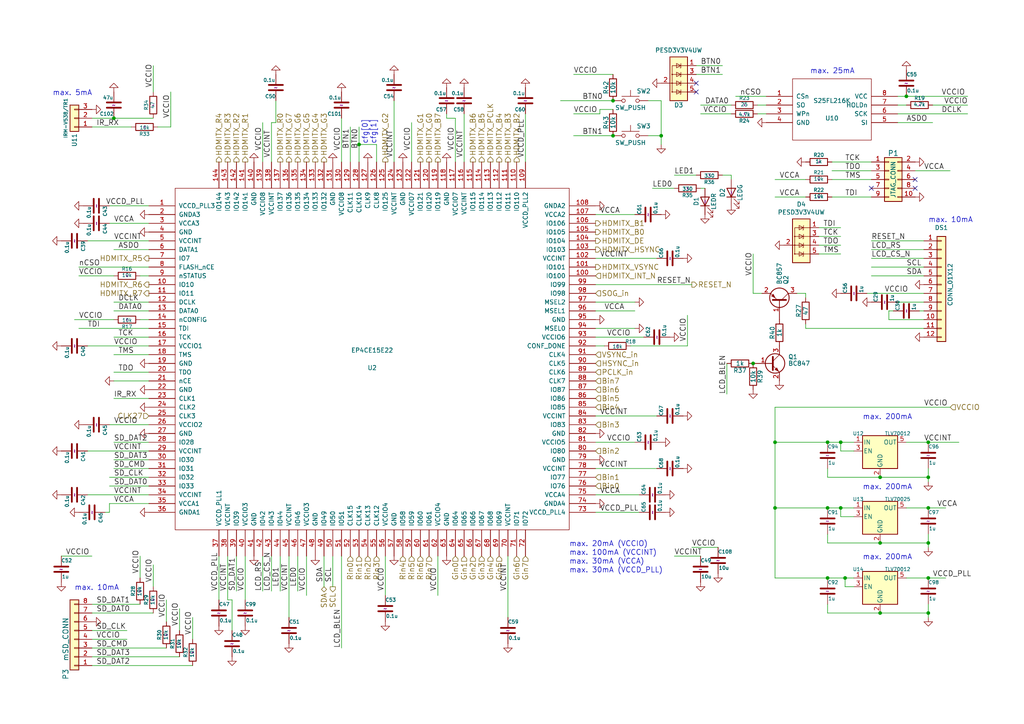
<source format=kicad_sch>
(kicad_sch (version 20230121) (generator eeschema)
  (paper "A4")
  (title_block (title "Open Source Scan Converter") (date "2023-05-18") (rev "1.8"))
  (junction (at 269.24 147.32))
  (junction (at 33.02 34.29))
  (junction (at 240.03 167.64))
  (junction (at 269.24 177.8))
  (junction (at 240.03 128.27))
  (junction (at 218.44 105.41))
  (junction (at 269.24 157.48))
  (junction (at 262.89 27.94))
  (junction (at 177.8 39.37))
  (junction (at 269.24 138.43))
  (junction (at 224.79 147.32))
  (junction (at 255.27 157.48))
  (junction (at 224.79 128.27))
  (junction (at 245.11 167.64))
  (junction (at 269.24 167.64))
  (junction (at 269.24 128.27))
  (junction (at 243.84 128.27))
  (junction (at 255.27 138.43))
  (junction (at 255.27 177.8))
  (junction (at 177.8 29.21))
  (junction (at 104.14 41.91))
  (junction (at 191.77 39.37))
  (junction (at 243.84 147.32))
  (junction (at 240.03 147.32))
  (no_connect (at 265.43 52.07))
  (no_connect (at 201.93 24.13))
  (no_connect (at 252.73 54.61))
  (no_connect (at 265.43 54.61))
  (no_connect (at 201.93 26.67))
  (wire (pts (xy 212.09 52.07) (xy 212.09 50.8)))
  (wire (pts (xy 172.72 120.65) (xy 190.5 120.65)))
  (wire (pts (xy 172.72 97.79) (xy 186.69 97.79)))
  (wire (pts (xy 247.65 147.32) (xy 243.84 147.32)))
  (wire (pts (xy 251.46 85.09) (xy 267.97 85.09)))
  (wire (pts (xy 267.97 90.17) (xy 266.7 90.17)))
  (wire (pts (xy 81.28 161.29) (xy 81.28 171.45)))
  (wire (pts (xy 218.44 73.66) (xy 218.44 85.09)))
  (wire (pts (xy 44.45 163.83) (xy 44.45 170.18)))
  (wire (pts (xy 21.59 92.71) (xy 33.02 92.71)))
  (wire (pts (xy 173.99 33.02) (xy 166.37 33.02)))
  (wire (pts (xy 269.24 154.94) (xy 269.24 157.48)))
  (wire (pts (xy 219.71 30.48) (xy 222.25 30.48)))
  (wire (pts (xy 233.68 95.25) (xy 267.97 95.25)))
  (wire (pts (xy 247.65 170.18) (xy 245.11 170.18)))
  (wire (pts (xy 184.15 90.17) (xy 172.72 90.17)))
  (wire (pts (xy 152.4 33.02) (xy 152.4 46.99)))
  (wire (pts (xy 243.84 147.32) (xy 243.84 149.86)))
  (wire (pts (xy 104.14 41.91) (xy 104.14 46.99)))
  (wire (pts (xy 43.18 77.47) (xy 22.86 77.47)))
  (wire (pts (xy 26.67 182.88) (xy 36.83 182.88)))
  (wire (pts (xy 177.8 21.59) (xy 166.37 21.59)))
  (wire (pts (xy 33.02 107.95) (xy 43.18 107.95)))
  (wire (pts (xy 43.18 59.69) (xy 31.75 59.69)))
  (wire (pts (xy 40.64 161.29) (xy 40.64 167.64)))
  (wire (pts (xy 76.2 171.45) (xy 76.2 161.29)))
  (wire (pts (xy 224.79 128.27) (xy 240.03 128.27)))
  (wire (pts (xy 243.84 130.81) (xy 247.65 130.81)))
  (wire (pts (xy 33.02 97.79) (xy 43.18 97.79)))
  (wire (pts (xy 22.86 95.25) (xy 43.18 95.25)))
  (wire (pts (xy 26.67 161.29) (xy 17.78 161.29)))
  (wire (pts (xy 43.18 123.19) (xy 31.75 123.19)))
  (wire (pts (xy 177.8 31.75) (xy 173.99 31.75)))
  (wire (pts (xy 240.03 135.89) (xy 240.03 138.43)))
  (wire (pts (xy 26.67 36.83) (xy 38.1 36.83)))
  (wire (pts (xy 78.74 46.99) (xy 78.74 35.56)))
  (wire (pts (xy 218.44 85.09) (xy 220.98 85.09)))
  (wire (pts (xy 233.68 93.98) (xy 233.68 95.25)))
  (wire (pts (xy 45.72 36.83) (xy 49.53 36.83)))
  (wire (pts (xy 109.22 41.91) (xy 104.14 41.91)))
  (wire (pts (xy 40.64 92.71) (xy 43.18 92.71)))
  (wire (pts (xy 33.02 87.63) (xy 43.18 87.63)))
  (wire (pts (xy 252.73 69.85) (xy 267.97 69.85)))
  (wire (pts (xy 252.73 80.01) (xy 267.97 80.01)))
  (wire (pts (xy 210.82 105.41) (xy 210.82 114.3)))
  (wire (pts (xy 245.11 167.64) (xy 247.65 167.64)))
  (wire (pts (xy 172.72 82.55) (xy 200.66 82.55)))
  (wire (pts (xy 262.89 128.27) (xy 269.24 128.27)))
  (wire (pts (xy 195.58 161.29) (xy 203.2 161.29)))
  (wire (pts (xy 224.79 57.15) (xy 233.68 57.15)))
  (wire (pts (xy 243.84 128.27) (xy 243.84 130.81)))
  (wire (pts (xy 68.58 171.45) (xy 68.58 161.29)))
  (wire (pts (xy 104.14 36.83) (xy 104.14 41.91)))
  (wire (pts (xy 80.01 29.21) (xy 80.01 35.56)))
  (wire (pts (xy 99.06 34.29) (xy 99.06 46.99)))
  (wire (pts (xy 269.24 138.43) (xy 269.24 139.7)))
  (wire (pts (xy 71.12 161.29) (xy 71.12 173.99)))
  (wire (pts (xy 162.56 29.21) (xy 177.8 29.21)))
  (wire (pts (xy 31.75 138.43) (xy 43.18 138.43)))
  (wire (pts (xy 55.88 179.07) (xy 55.88 185.42)))
  (wire (pts (xy 224.79 167.64) (xy 240.03 167.64)))
  (wire (pts (xy 240.03 177.8) (xy 255.27 177.8)))
  (wire (pts (xy 199.39 91.44) (xy 199.39 100.33)))
  (wire (pts (xy 26.67 175.26) (xy 40.64 175.26)))
  (wire (pts (xy 241.3 52.07) (xy 252.73 52.07)))
  (wire (pts (xy 172.72 148.59) (xy 185.42 148.59)))
  (wire (pts (xy 129.54 34.29) (xy 132.08 34.29)))
  (wire (pts (xy 31.75 146.05) (xy 43.18 146.05)))
  (wire (pts (xy 252.73 74.93) (xy 267.97 74.93)))
  (wire (pts (xy 240.03 167.64) (xy 245.11 167.64)))
  (wire (pts (xy 26.67 34.29) (xy 33.02 34.29)))
  (wire (pts (xy 172.72 62.23) (xy 184.15 62.23)))
  (wire (pts (xy 224.79 147.32) (xy 224.79 167.64)))
  (wire (pts (xy 44.45 19.05) (xy 44.45 26.67)))
  (wire (pts (xy 172.72 100.33) (xy 175.26 100.33)))
  (wire (pts (xy 52.07 176.53) (xy 52.07 182.88)))
  (wire (pts (xy 262.89 167.64) (xy 269.24 167.64)))
  (wire (pts (xy 209.55 21.59) (xy 201.93 21.59)))
  (wire (pts (xy 262.89 30.48) (xy 260.35 30.48)))
  (wire (pts (xy 114.3 29.21) (xy 114.3 46.99)))
  (wire (pts (xy 260.35 33.02) (xy 280.67 33.02)))
  (wire (pts (xy 243.84 71.12) (xy 237.49 71.12)))
  (wire (pts (xy 43.18 140.97) (xy 31.75 140.97)))
  (wire (pts (xy 48.26 173.99) (xy 48.26 180.34)))
  (wire (pts (xy 129.54 34.29) (xy 129.54 33.02)))
  (wire (pts (xy 270.51 30.48) (xy 280.67 30.48)))
  (wire (pts (xy 267.97 92.71) (xy 257.81 92.71)))
  (wire (pts (xy 172.72 135.89) (xy 190.5 135.89)))
  (wire (pts (xy 31.75 148.59) (xy 30.48 148.59)))
  (wire (pts (xy 184.15 87.63) (xy 172.72 87.63)))
  (wire (pts (xy 255.27 157.48) (xy 269.24 157.48)))
  (wire (pts (xy 269.24 157.48) (xy 269.24 158.75)))
  (wire (pts (xy 172.72 128.27) (xy 184.15 128.27)))
  (wire (pts (xy 80.01 35.56) (xy 78.74 35.56)))
  (wire (pts (xy 252.73 77.47) (xy 267.97 77.47)))
  (wire (pts (xy 260.35 27.94) (xy 262.89 27.94)))
  (wire (pts (xy 25.4 100.33) (xy 43.18 100.33)))
  (wire (pts (xy 22.86 80.01) (xy 33.02 80.01)))
  (wire (pts (xy 93.98 170.18) (xy 93.98 161.29)))
  (wire (pts (xy 255.27 177.8) (xy 269.24 177.8)))
  (wire (pts (xy 240.03 138.43) (xy 255.27 138.43)))
  (wire (pts (xy 25.4 143.51) (xy 43.18 143.51)))
  (wire (pts (xy 224.79 118.11) (xy 224.79 128.27)))
  (wire (pts (xy 200.66 158.75) (xy 208.28 158.75)))
  (wire (pts (xy 189.23 54.61) (xy 195.58 54.61)))
  (wire (pts (xy 259.08 90.17) (xy 257.81 90.17)))
  (wire (pts (xy 269.24 177.8) (xy 269.24 179.07)))
  (wire (pts (xy 172.72 74.93) (xy 190.5 74.93)))
  (wire (pts (xy 191.77 39.37) (xy 187.96 39.37)))
  (wire (pts (xy 25.4 69.85) (xy 43.18 69.85)))
  (wire (pts (xy 231.14 85.09) (xy 233.68 85.09)))
  (wire (pts (xy 204.47 54.61) (xy 203.2 54.61)))
  (wire (pts (xy 247.65 128.27) (xy 243.84 128.27)))
  (wire (pts (xy 172.72 143.51) (xy 185.42 143.51)))
  (wire (pts (xy 109.22 46.99) (xy 109.22 41.91)))
  (wire (pts (xy 33.02 115.57) (xy 43.18 115.57)))
  (wire (pts (xy 265.43 49.53) (xy 275.59 49.53)))
  (wire (pts (xy 240.03 154.94) (xy 240.03 157.48)))
  (wire (pts (xy 127 161.29) (xy 127 172.72)))
  (wire (pts (xy 26.67 193.04) (xy 55.88 193.04)))
  (wire (pts (xy 212.09 33.02) (xy 203.2 33.02)))
  (wire (pts (xy 240.03 175.26) (xy 240.03 177.8)))
  (wire (pts (xy 233.68 85.09) (xy 233.68 86.36)))
  (wire (pts (xy 195.58 50.8) (xy 201.93 50.8)))
  (wire (pts (xy 224.79 52.07) (xy 233.68 52.07)))
  (wire (pts (xy 26.67 177.8) (xy 44.45 177.8)))
  (wire (pts (xy 67.31 173.99) (xy 67.31 182.88)))
  (wire (pts (xy 262.89 27.94) (xy 280.67 27.94)))
  (wire (pts (xy 224.79 118.11) (xy 275.59 118.11)))
  (wire (pts (xy 203.2 30.48) (xy 212.09 30.48)))
  (wire (pts (xy 78.74 171.45) (xy 78.74 161.29)))
  (wire (pts (xy 269.24 128.27) (xy 278.13 128.27)))
  (wire (pts (xy 26.67 190.5) (xy 52.07 190.5)))
  (wire (pts (xy 243.84 149.86) (xy 247.65 149.86)))
  (wire (pts (xy 269.24 167.64) (xy 274.32 167.64)))
  (wire (pts (xy 191.77 29.21) (xy 191.77 39.37)))
  (wire (pts (xy 224.79 128.27) (xy 224.79 147.32)))
  (wire (pts (xy 43.18 135.89) (xy 33.02 135.89)))
  (wire (pts (xy 240.03 147.32) (xy 243.84 147.32)))
  (wire (pts (xy 243.84 73.66) (xy 237.49 73.66)))
  (wire (pts (xy 166.37 39.37) (xy 177.8 39.37)))
  (wire (pts (xy 182.88 100.33) (xy 199.39 100.33)))
  (wire (pts (xy 66.04 173.99) (xy 67.31 173.99)))
  (wire (pts (xy 213.36 27.94) (xy 222.25 27.94)))
  (wire (pts (xy 241.3 49.53) (xy 252.73 49.53)))
  (wire (pts (xy 88.9 161.29) (xy 88.9 172.72)))
  (wire (pts (xy 43.18 133.35) (xy 33.02 133.35)))
  (wire (pts (xy 243.84 68.58) (xy 237.49 68.58)))
  (wire (pts (xy 99.06 161.29) (xy 99.06 187.96)))
  (wire (pts (xy 33.02 90.17) (xy 43.18 90.17)))
  (wire (pts (xy 147.32 161.29) (xy 147.32 179.07)))
  (wire (pts (xy 86.36 161.29) (xy 86.36 171.45)))
  (wire (pts (xy 260.35 87.63) (xy 267.97 87.63)))
  (wire (pts (xy 33.02 34.29) (xy 44.45 34.29)))
  (wire (pts (xy 257.81 92.71) (xy 257.81 90.17)))
  (wire (pts (xy 252.73 72.39) (xy 267.97 72.39)))
  (wire (pts (xy 241.3 57.15) (xy 252.73 57.15)))
  (wire (pts (xy 111.76 161.29) (xy 111.76 172.72)))
  (wire (pts (xy 96.52 161.29) (xy 96.52 170.18)))
  (wire (pts (xy 269.24 175.26) (xy 269.24 177.8)))
  (wire (pts (xy 173.99 31.75) (xy 173.99 33.02)))
  (wire (pts (xy 270.51 35.56) (xy 260.35 35.56)))
  (wire (pts (xy 269.24 147.32) (xy 274.32 147.32)))
  (wire (pts (xy 222.25 33.02) (xy 219.71 33.02)))
  (wire (pts (xy 224.79 147.32) (xy 240.03 147.32)))
  (wire (pts (xy 66.04 161.29) (xy 66.04 173.99)))
  (wire (pts (xy 33.02 110.49) (xy 43.18 110.49)))
  (wire (pts (xy 134.62 33.02) (xy 134.62 46.99)))
  (wire (pts (xy 43.18 80.01) (xy 40.64 80.01)))
  (wire (pts (xy 31.75 64.77) (xy 43.18 64.77)))
  (wire (pts (xy 33.02 72.39) (xy 43.18 72.39)))
  (wire (pts (xy 241.3 46.99) (xy 252.73 46.99)))
  (wire (pts (xy 212.09 50.8) (xy 209.55 50.8)))
  (wire (pts (xy 269.24 135.89) (xy 269.24 138.43)))
  (wire (pts (xy 83.82 161.29) (xy 83.82 179.07)))
  (wire (pts (xy 43.18 128.27) (xy 33.02 128.27)))
  (wire (pts (xy 240.03 128.27) (xy 243.84 128.27)))
  (wire (pts (xy 245.11 170.18) (xy 245.11 167.64)))
  (wire (pts (xy 187.96 29.21) (xy 191.77 29.21)))
  (wire (pts (xy 63.5 161.29) (xy 63.5 173.99)))
  (wire (pts (xy 184.15 95.25) (xy 172.72 95.25)))
  (wire (pts (xy 25.4 130.81) (xy 43.18 130.81)))
  (wire (pts (xy 26.67 187.96) (xy 48.26 187.96)))
  (wire (pts (xy 101.6 46.99) (xy 101.6 36.83)))
  (wire (pts (xy 31.75 146.05) (xy 31.75 148.59)))
  (wire (pts (xy 26.67 185.42) (xy 36.83 185.42)))
  (wire (pts (xy 262.89 147.32) (xy 269.24 147.32)))
  (wire (pts (xy 240.03 157.48) (xy 255.27 157.48)))
  (wire (pts (xy 255.27 138.43) (xy 269.24 138.43)))
  (wire (pts (xy 49.53 26.67) (xy 49.53 36.83)))
  (wire (pts (xy 119.38 46.99) (xy 119.38 35.56)))
  (wire (pts (xy 76.2 46.99) (xy 76.2 35.56)))
  (wire (pts (xy 191.77 39.37) (xy 191.77 41.91)))
  (wire (pts (xy 132.08 34.29) (xy 132.08 46.99)))
  (wire (pts (xy 243.84 66.04) (xy 237.49 66.04)))
  (wire (pts (xy 33.02 102.87) (xy 43.18 102.87)))
  (wire (pts (xy 209.55 19.05) (xy 201.93 19.05)))
  (text "max. 200mA" (at 250.19 142.24 0) (effects (font (size 1.524 1.524)) (justify left bottom)))
  (text "max. 200mA" (at 250.19 162.56 0) (effects (font (size 1.524 1.524)) (justify left bottom)))
  (text "max. 10mA" (at 269.24 64.77 0) (effects (font (size 1.524 1.524)) (justify left bottom)))
  (text "max. 100mA (VCCINT)" (at 165.1 161.29 0) (effects (font (size 1.524 1.524)) (justify left bottom)))
  (text "max. 25mA" (at 234.95 21.59 0) (effects (font (size 1.524 1.524)) (justify left bottom)))
  (text "max. 20mA (VCCIO)" (at 165.1 158.75 0) (effects (font (size 1.524 1.524)) (justify left bottom)))
  (text "max. 5mA" (at 15.24 27.94 0) (effects (font (size 1.524 1.524)) (justify left bottom)))
  (text "max. 30mA (VCCD_PLL)" (at 165.1 166.37 0) (effects (font (size 1.524 1.524)) (justify left bottom)))
  (text "max. 200mA" (at 250.19 121.92 0) (effects (font (size 1.524 1.524)) (justify left bottom)))
  (text "max. 30mA (VCCA)" (at 165.1 163.83 0) (effects (font (size 1.524 1.524)) (justify left bottom)))
  (text "cfg[0]\ncfg[1]" (at 109.22 41.91 90) (effects (font (size 1.524 1.524)) (justify left bottom)))
  (text "max. 10mA" (at 21.59 171.45 0) (effects (font (size 1.524 1.524)) (justify left bottom)))
  (label "VCCIO" (at 280.67 30.48 180) (effects (font (size 1.524 1.524))))
  (label "LCD_CS_N" (at 78.74 171.45 90) (effects (font (size 1.524 1.524))))
  (label "SD_CLK" (at 27.94 182.88 0) (effects (font (size 1.524 1.524))))
  (label "VCCA" (at 173.99 62.23 0) (effects (font (size 1.524 1.524))))
  (label "VCCD_PLL" (at 152.4 45.72 90) (effects (font (size 1.524 1.524))))
  (label "DCLK" (at 34.29 87.63 0) (effects (font (size 1.524 1.524))))
  (label "TCK" (at 245.11 46.99 0) (effects (font (size 1.524 1.524))))
  (label "SD_CLK" (at 33.02 138.43 0) (effects (font (size 1.524 1.524))))
  (label "SDA" (at 262.89 80.01 0) (effects (font (size 1.524 1.524))))
  (label "TDO" (at 245.11 49.53 0) (effects (font (size 1.524 1.524))))
  (label "VCCIO" (at 49.53 34.29 90) (effects (font (size 1.524 1.524))))
  (label "VCCIO" (at 182.88 97.79 180) (effects (font (size 1.524 1.524))))
  (label "TDI" (at 25.4 95.25 0) (effects (font (size 1.524 1.524))))
  (label "VCCIO" (at 19.05 161.29 0) (effects (font (size 1.524 1.524))))
  (label "DATA0" (at 34.29 90.17 0) (effects (font (size 1.524 1.524))))
  (label "IR_RX" (at 33.02 115.57 0) (effects (font (size 1.524 1.524))))
  (label "LCD_RS" (at 252.73 72.39 0) (effects (font (size 1.524 1.524))))
  (label "SD_DAT3" (at 27.94 190.5 0) (effects (font (size 1.524 1.524))))
  (label "ASDO" (at 34.29 72.39 0) (effects (font (size 1.524 1.524))))
  (label "TDO" (at 34.29 107.95 0) (effects (font (size 1.524 1.524))))
  (label "VCCINT" (at 173.99 74.93 0) (effects (font (size 1.524 1.524))))
  (label "VCCINT" (at 83.82 171.45 90) (effects (font (size 1.524 1.524))))
  (label "LCD_RS" (at 76.2 171.45 90) (effects (font (size 1.524 1.524))))
  (label "VCCIO" (at 52.07 181.61 90) (effects (font (size 1.524 1.524))))
  (label "VCCINT" (at 134.62 45.72 90) (effects (font (size 1.524 1.524))))
  (label "VCCIO" (at 210.82 33.02 180) (effects (font (size 1.524 1.524))))
  (label "nCSO" (at 214.63 27.94 0) (effects (font (size 1.524 1.524))))
  (label "BTN1" (at 168.91 39.37 0) (effects (font (size 1.524 1.524))))
  (label "VCCINT" (at 33.02 69.85 0) (effects (font (size 1.524 1.524))))
  (label "TDI" (at 245.11 57.15 0) (effects (font (size 1.524 1.524))))
  (label "LCD_CS_N" (at 252.73 74.93 0) (effects (font (size 1.524 1.524))))
  (label "VCCIO" (at 132.08 36.83 270) (effects (font (size 1.524 1.524))))
  (label "VCCA" (at 33.02 64.77 0) (effects (font (size 1.524 1.524))))
  (label "VCCIO" (at 22.86 80.01 0) (effects (font (size 1.524 1.524))))
  (label "VCCIO" (at 256.54 85.09 0) (effects (font (size 1.524 1.524))))
  (label "VCCIO" (at 22.86 92.71 0) (effects (font (size 1.524 1.524))))
  (label "nCSO" (at 22.86 77.47 0) (effects (font (size 1.524 1.524))))
  (label "VCCINT" (at 173.99 135.89 0) (effects (font (size 1.524 1.524))))
  (label "SD_DAT2" (at 33.02 128.27 0) (effects (font (size 1.524 1.524))))
  (label "LCD_BLEN" (at 99.06 187.96 90) (effects (font (size 1.524 1.524))))
  (label "TCK" (at 34.29 97.79 0) (effects (font (size 1.524 1.524))))
  (label "LED0" (at 189.23 54.61 0) (effects (font (size 1.524 1.524))))
  (label "VCCIO" (at 44.45 168.91 90) (effects (font (size 1.524 1.524))))
  (label "VCCIO" (at 44.45 25.4 90) (effects (font (size 1.524 1.524))))
  (label "VCCA" (at 173.99 143.51 0) (effects (font (size 1.524 1.524))))
  (label "VCCA" (at 226.06 57.15 0) (effects (font (size 1.524 1.524))))
  (label "TDI" (at 238.76 66.04 0) (effects (font (size 1.524 1.524))))
  (label "BTN0" (at 203.2 19.05 0) (effects (font (size 1.524 1.524))))
  (label "VCCIO" (at 182.88 128.27 180) (effects (font (size 1.524 1.524))))
  (label "RESET_N" (at 190.5 82.55 0) (effects (font (size 1.524 1.524))))
  (label "SD_DAT0" (at 33.02 140.97 0) (effects (font (size 1.524 1.524))))
  (label "VCCA" (at 267.97 49.53 0) (effects (font (size 1.524 1.524))))
  (label "VCCINT" (at 195.58 161.29 0) (effects (font (size 1.524 1.524))))
  (label "TDO" (at 238.76 71.12 0) (effects (font (size 1.524 1.524))))
  (label "VCCIO" (at 273.05 27.94 0) (effects (font (size 1.524 1.524))))
  (label "VCCINT" (at 114.3 45.72 90) (effects (font (size 1.524 1.524))))
  (label "BTN1" (at 203.2 21.59 0) (effects (font (size 1.524 1.524))))
  (label "VCCA" (at 33.02 146.05 0) (effects (font (size 1.524 1.524))))
  (label "SD_DAT0" (at 27.94 177.8 0) (effects (font (size 1.524 1.524))))
  (label "SDA" (at 93.98 168.91 90) (effects (font (size 1.524 1.524))))
  (label "VCCIO" (at 166.37 33.02 0) (effects (font (size 1.524 1.524))))
  (label "VCCIO" (at 111.76 171.45 90) (effects (font (size 1.524 1.524))))
  (label "VCCIO" (at 55.88 184.15 90) (effects (font (size 1.524 1.524))))
  (label "DATA0" (at 204.47 30.48 0) (effects (font (size 1.524 1.524))))
  (label "VCCD_PLL" (at 270.51 167.64 0) (effects (font (size 1.524 1.524))))
  (label "SD_DAT2" (at 27.94 193.04 0) (effects (font (size 1.524 1.524))))
  (label "TCK" (at 238.76 68.58 0) (effects (font (size 1.524 1.524))))
  (label "LED1" (at 81.28 170.18 90) (effects (font (size 1.524 1.524))))
  (label "SCL" (at 96.52 168.91 90) (effects (font (size 1.524 1.524))))
  (label "VCCIO" (at 127 171.45 90) (effects (font (size 1.524 1.524))))
  (label "TMS" (at 245.11 52.07 0) (effects (font (size 1.524 1.524))))
  (label "SCL" (at 262.89 77.47 0) (effects (font (size 1.524 1.524))))
  (label "VCCIO" (at 48.26 179.07 90) (effects (font (size 1.524 1.524))))
  (label "VCCIO" (at 33.02 100.33 0) (effects (font (size 1.524 1.524))))
  (label "VCCIO" (at 33.02 123.19 0) (effects (font (size 1.524 1.524))))
  (label "SD_DAT1" (at 68.58 171.45 90) (effects (font (size 1.524 1.524))))
  (label "VCCINT" (at 173.99 120.65 0) (effects (font (size 1.524 1.524))))
  (label "TMS" (at 238.76 73.66 0) (effects (font (size 1.524 1.524))))
  (label "VCCD_PLL" (at 173.99 148.59 0) (effects (font (size 1.524 1.524))))
  (label "VCCIO" (at 27.94 185.42 0) (effects (font (size 1.524 1.524))))
  (label "SD_CMD" (at 33.02 135.89 0) (effects (font (size 1.524 1.524))))
  (label "VCCINT" (at 147.32 171.45 90) (effects (font (size 1.524 1.524))))
  (label "VCCD_PLL" (at 41.91 59.69 180) (effects (font (size 1.524 1.524))))
  (label "LED1" (at 195.58 50.8 0) (effects (font (size 1.524 1.524))))
  (label "VCCINT" (at 78.74 45.72 90) (effects (font (size 1.524 1.524))))
  (label "VCCIO" (at 76.2 36.83 270) (effects (font (size 1.524 1.524))))
  (label "LCD_BLEN" (at 210.82 114.3 90) (effects (font (size 1.524 1.524))))
  (label "VCCINT" (at 267.97 128.27 0) (effects (font (size 1.524 1.524))))
  (label "VCCA" (at 175.26 90.17 0) (effects (font (size 1.524 1.524))))
  (label "BTN0" (at 168.91 29.21 0) (effects (font (size 1.524 1.524))))
  (label "VCCINT" (at 33.02 130.81 0) (effects (font (size 1.524 1.524))))
  (label "VCCIO" (at 166.37 21.59 0) (effects (font (size 1.524 1.524))))
  (label "VCCINT" (at 66.04 171.45 90) (effects (font (size 1.524 1.524))))
  (label "VCCIO" (at 218.44 80.01 90) (effects (font (size 1.524 1.524))))
  (label "ASDO" (at 262.89 35.56 0) (effects (font (size 1.524 1.524))))
  (label "VCCIO" (at 99.06 36.83 270) (effects (font (size 1.524 1.524))))
  (label "BTN0" (at 104.14 43.18 90) (effects (font (size 1.524 1.524))))
  (label "VCCIO" (at 88.9 171.45 90) (effects (font (size 1.524 1.524))))
  (label "SD_DAT1" (at 27.94 175.26 0) (effects (font (size 1.524 1.524))))
  (label "LED0" (at 86.36 170.18 90) (effects (font (size 1.524 1.524))))
  (label "VCCIO" (at 199.39 99.06 90) (effects (font (size 1.524 1.524))))
  (label "TMS" (at 34.29 102.87 0) (effects (font (size 1.524 1.524))))
  (label "DCLK" (at 273.05 33.02 0) (effects (font (size 1.524 1.524))))
  (label "IR_RX" (at 27.94 36.83 0) (effects (font (size 1.524 1.524))))
  (label "BTN1" (at 101.6 43.18 90) (effects (font (size 1.524 1.524))))
  (label "VCCIO" (at 71.12 171.45 90) (effects (font (size 1.524 1.524))))
  (label "VCCA" (at 226.06 52.07 0) (effects (font (size 1.524 1.524))))
  (label "VCCA" (at 271.78 147.32 0) (effects (font (size 1.524 1.524))))
  (label "SD_CMD" (at 27.94 187.96 0) (effects (font (size 1.524 1.524))))
  (label "VCCIO" (at 200.66 158.75 0) (effects (font (size 1.524 1.524))))
  (label "RESET_N" (at 252.73 69.85 0) (effects (font (size 1.524 1.524))))
  (label "VCCINT" (at 33.02 143.51 0) (effects (font (size 1.524 1.524))))
  (label "VCCIO" (at 40.64 166.37 90) (effects (font (size 1.524 1.524))))
  (label "SD_DAT3" (at 33.02 133.35 0) (effects (font (size 1.524 1.524))))
  (label "VCCIO" (at 267.97 118.11 0) (effects (font (size 1.524 1.524))))
  (label "VCCD_PLL" (at 63.5 171.45 90) (effects (font (size 1.524 1.524))))
  (label "VCCIO" (at 119.38 36.83 270) (effects (font (size 1.524 1.524))))
  (hierarchical_label "HDMITX_B0" (shape output) (at 172.72 67.31 0) (effects (font (size 1.524 1.524))))
  (hierarchical_label "HDMITX_B4" (shape output) (at 144.78 46.99 90) (effects (font (size 1.524 1.524))))
  (hierarchical_label "Rin3" (shape input) (at 109.22 161.29 270) (effects (font (size 1.524 1.524))))
  (hierarchical_label "HDMITX_B7" (shape output) (at 127 46.99 90) (effects (font (size 1.524 1.524))))
  (hierarchical_label "HDMITX_DE" (shape output) (at 172.72 69.85 0) (effects (font (size 1.524 1.524))))
  (hierarchical_label "HDMITX_VSYNC" (shape output) (at 172.72 77.47 0) (effects (font (size 1.524 1.524))))
  (hierarchical_label "HDMITX_PCLK" (shape output) (at 142.24 46.99 90) (effects (font (size 1.524 1.524))))
  (hierarchical_label "Rin2" (shape input) (at 106.68 161.29 270) (effects (font (size 1.524 1.524))))
  (hierarchical_label "Gin4" (shape input) (at 142.24 161.29 270) (effects (font (size 1.524 1.524))))
  (hierarchical_label "Bin0" (shape input) (at 172.72 140.97 0) (effects (font (size 1.524 1.524))))
  (hierarchical_label "PCLK_in" (shape input) (at 172.72 107.95 0) (effects (font (size 1.524 1.524))))
  (hierarchical_label "SOG_in" (shape input) (at 172.72 85.09 0) (effects (font (size 1.524 1.524))))
  (hierarchical_label "HDMITX_G2" (shape output) (at 111.76 46.99 90) (effects (font (size 1.524 1.524))))
  (hierarchical_label "HDMITX_G5" (shape output) (at 88.9 46.99 90) (effects (font (size 1.524 1.524))))
  (hierarchical_label "Bin1" (shape input) (at 172.72 138.43 0) (effects (font (size 1.524 1.524))))
  (hierarchical_label "SDA" (shape bidirectional) (at 93.98 170.18 270) (effects (font (size 1.524 1.524))))
  (hierarchical_label "HDMITX_G6" (shape output) (at 86.36 46.99 90) (effects (font (size 1.524 1.524))))
  (hierarchical_label "HDMITX_B3" (shape output) (at 147.32 46.99 90) (effects (font (size 1.524 1.524))))
  (hierarchical_label "CLK27" (shape input) (at 43.18 120.65 180) (effects (font (size 1.524 1.524))))
  (hierarchical_label "Gin2" (shape input) (at 137.16 161.29 270) (effects (font (size 1.524 1.524))))
  (hierarchical_label "Bin3" (shape input) (at 172.72 123.19 0) (effects (font (size 1.524 1.524))))
  (hierarchical_label "Gin5" (shape input) (at 144.78 161.29 270) (effects (font (size 1.524 1.524))))
  (hierarchical_label "HDMITX_G0" (shape output) (at 124.46 46.99 90) (effects (font (size 1.524 1.524))))
  (hierarchical_label "Gin3" (shape input) (at 139.7 161.29 270) (effects (font (size 1.524 1.524))))
  (hierarchical_label "HDMITX_R5" (shape output) (at 43.18 74.93 180) (effects (font (size 1.524 1.524))))
  (hierarchical_label "Bin5" (shape input) (at 172.72 115.57 0) (effects (font (size 1.524 1.524))))
  (hierarchical_label "Bin2" (shape input) (at 172.72 130.81 0) (effects (font (size 1.524 1.524))))
  (hierarchical_label "HDMITX_G1" (shape output) (at 121.92 46.99 90) (effects (font (size 1.524 1.524))))
  (hierarchical_label "HDMITX_R2" (shape output) (at 68.58 46.99 90) (effects (font (size 1.524 1.524))))
  (hierarchical_label "Gin6" (shape input) (at 149.86 161.29 270) (effects (font (size 1.524 1.524))))
  (hierarchical_label "SCL" (shape output) (at 96.52 170.18 270) (effects (font (size 1.524 1.524))))
  (hierarchical_label "HDMITX_B2" (shape output) (at 149.86 46.99 90) (effects (font (size 1.524 1.524))))
  (hierarchical_label "Rin5" (shape input) (at 119.38 161.29 270) (effects (font (size 1.524 1.524))))
  (hierarchical_label "Rin7" (shape input) (at 124.46 161.29 270) (effects (font (size 1.524 1.524))))
  (hierarchical_label "Rin0" (shape input) (at 101.6 161.29 270) (effects (font (size 1.524 1.524))))
  (hierarchical_label "HDMITX_R0" (shape output) (at 81.28 46.99 90) (effects (font (size 1.524 1.524))))
  (hierarchical_label "HDMITX_R7" (shape output) (at 43.18 85.09 180) (effects (font (size 1.524 1.524))))
  (hierarchical_label "Rin4" (shape input) (at 116.84 161.29 270) (effects (font (size 1.524 1.524))))
  (hierarchical_label "Gin7" (shape input) (at 152.4 161.29 270) (effects (font (size 1.524 1.524))))
  (hierarchical_label "HDMITX_B6" (shape output) (at 137.16 46.99 90) (effects (font (size 1.524 1.524))))
  (hierarchical_label "Bin7" (shape input) (at 172.72 110.49 0) (effects (font (size 1.524 1.524))))
  (hierarchical_label "HDMITX_G7" (shape output) (at 83.82 46.99 90) (effects (font (size 1.524 1.524))))
  (hierarchical_label "VCCIO" (shape input) (at 275.59 118.11 0) (effects (font (size 1.524 1.524))))
  (hierarchical_label "HDMITX_INT_N" (shape input) (at 172.72 80.01 0) (effects (font (size 1.524 1.524))))
  (hierarchical_label "HSYNC_in" (shape input) (at 172.72 105.41 0) (effects (font (size 1.524 1.524))))
  (hierarchical_label "HDMITX_R6" (shape output) (at 43.18 82.55 180) (effects (font (size 1.524 1.524))))
  (hierarchical_label "HDMITX_B5" (shape output) (at 139.7 46.99 90) (effects (font (size 1.524 1.524))))
  (hierarchical_label "VSYNC_in" (shape input) (at 172.72 102.87 0) (effects (font (size 1.524 1.524))))
  (hierarchical_label "HDMITX_R1" (shape output) (at 71.12 46.99 90) (effects (font (size 1.524 1.524))))
  (hierarchical_label "HDMITX_B1" (shape output) (at 172.72 64.77 0) (effects (font (size 1.524 1.524))))
  (hierarchical_label "HDMITX_R3" (shape output) (at 66.04 46.99 90) (effects (font (size 1.524 1.524))))
  (hierarchical_label "HDMITX_HSYNC" (shape output) (at 172.72 72.39 0) (effects (font (size 1.524 1.524))))
  (hierarchical_label "Gin0" (shape input) (at 132.08 161.29 270) (effects (font (size 1.524 1.524))))
  (hierarchical_label "HDMITX_R4" (shape output) (at 63.5 46.99 90) (effects (font (size 1.524 1.524))))
  (hierarchical_label "RESET_N" (shape output) (at 200.66 82.55 0) (effects (font (size 1.524 1.524))))
  (hierarchical_label "Bin6" (shape input) (at 172.72 113.03 0) (effects (font (size 1.524 1.524))))
  (hierarchical_label "Gin1" (shape input) (at 134.62 161.29 270) (effects (font (size 1.524 1.524))))
  (hierarchical_label "Bin4" (shape input) (at 172.72 118.11 0) (effects (font (size 1.524 1.524))))
  (hierarchical_label "Rin6" (shape input) (at 121.92 161.29 270) (effects (font (size 1.524 1.524))))
  (hierarchical_label "HDMITX_G4" (shape output) (at 91.44 46.99 90) (effects (font (size 1.524 1.524))))
  (hierarchical_label "HDMITX_G3" (shape output) (at 93.98 46.99 90) (effects (font (size 1.524 1.524))))
  (hierarchical_label "Rin1" (shape input) (at 104.14 161.29 270) (effects (font (size 1.524 1.524))))
  (symbol (lib_id "Device:C") (at 27.94 59.69 270) (unit 1)
    (property "Reference" "C43" (at 30.48 59.69 0) (effects (font (size 1.016 1.016)) (justify left)))
    (property "Value" "0.1u" (at 25.781 59.8424 0) (effects (font (size 1.016 1.016)) (justify left)))
    (property "Footprint" "custom_components:SM0603_Capa_libcms" (effects hide))
    (property "Datasheet" "~" (at 27.94 59.69 0) (effects (font (size 1.524 1.524))))
  )
  (symbol (lib_id "power:GND") (at 24.13 59.69 270) (unit 1)
    (property "Reference" "#PWR020" (effects hide))
    (property "Value" "GND" (effects hide))
  )
  (symbol (lib_id "Device:C") (at 27.94 64.77 270) (unit 1)
    (property "Reference" "C44" (at 30.48 64.77 0) (effects (font (size 1.016 1.016)) (justify left)))
    (property "Value" "0.1u" (at 25.781 64.9224 0) (effects (font (size 1.016 1.016)) (justify left)))
    (property "Footprint" "custom_components:SM0603_Capa_libcms" (effects hide))
    (property "Datasheet" "~" (at 27.94 64.77 0) (effects (font (size 1.524 1.524))))
  )
  (symbol (lib_id "power:GND") (at 24.13 64.77 270) (unit 1)
    (property "Reference" "#PWR021" (effects hide))
    (property "Value" "GND" (effects hide))
  )
  (symbol (lib_id "Device:C") (at 21.59 100.33 270) (unit 1)
    (property "Reference" "C40" (at 24.13 100.33 0) (effects (font (size 1.016 1.016)) (justify left)))
    (property "Value" "0.1u" (at 19.431 100.4824 0) (effects (font (size 1.016 1.016)) (justify left)))
    (property "Footprint" "custom_components:SM0603_Capa_libcms" (effects hide))
    (property "Datasheet" "~" (at 21.59 100.33 0) (effects (font (size 1.524 1.524))))
  )
  (symbol (lib_id "power:GND") (at 17.78 100.33 270) (unit 1)
    (property "Reference" "#PWR022" (effects hide))
    (property "Value" "GND" (effects hide))
  )
  (symbol (lib_id "Device:C") (at 27.94 123.19 270) (unit 1)
    (property "Reference" "C45" (at 30.48 123.19 0) (effects (font (size 1.016 1.016)) (justify left)))
    (property "Value" "0.1u" (at 25.781 123.3424 0) (effects (font (size 1.016 1.016)) (justify left)))
    (property "Footprint" "custom_components:SM0603_Capa_libcms" (effects hide))
    (property "Datasheet" "~" (at 27.94 123.19 0) (effects (font (size 1.524 1.524))))
  )
  (symbol (lib_id "power:GND") (at 24.13 123.19 270) (unit 1)
    (property "Reference" "#PWR023" (effects hide))
    (property "Value" "GND" (effects hide))
  )
  (symbol (lib_id "Device:C") (at 26.67 148.59 270) (unit 1)
    (property "Reference" "C46" (at 29.21 148.59 0) (effects (font (size 1.016 1.016)) (justify left)))
    (property "Value" "0.1u" (at 24.511 148.7424 0) (effects (font (size 1.016 1.016)) (justify left)))
    (property "Footprint" "custom_components:SM0603_Capa_libcms" (effects hide))
    (property "Datasheet" "~" (at 26.67 148.59 0) (effects (font (size 1.524 1.524))))
  )
  (symbol (lib_id "power:GND") (at 22.86 148.59 270) (unit 1)
    (property "Reference" "#PWR024" (effects hide))
    (property "Value" "GND" (effects hide))
  )
  (symbol (lib_id "Device:C") (at 63.5 177.8 0) (unit 1)
    (property "Reference" "C47" (at 63.5 175.26 0) (effects (font (size 1.016 1.016)) (justify left)))
    (property "Value" "0.1u" (at 63.6524 179.959 0) (effects (font (size 1.016 1.016)) (justify left)))
    (property "Footprint" "custom_components:SM0603_Capa_libcms" (effects hide))
    (property "Datasheet" "~" (at 63.5 177.8 0) (effects (font (size 1.524 1.524))))
  )
  (symbol (lib_id "power:GND") (at 63.5 181.61 0) (unit 1)
    (property "Reference" "#PWR025" (effects hide))
    (property "Value" "GND" (effects hide))
  )
  (symbol (lib_id "Device:C") (at 189.23 148.59 90) (unit 1)
    (property "Reference" "C65" (at 186.69 148.59 0) (effects (font (size 1.016 1.016)) (justify left)))
    (property "Value" "0.1u" (at 191.389 148.4376 0) (effects (font (size 1.016 1.016)) (justify left)))
    (property "Footprint" "custom_components:SM0603_Capa_libcms" (effects hide))
    (property "Datasheet" "~" (at 189.23 148.59 0) (effects (font (size 1.524 1.524))))
  )
  (symbol (lib_id "power:GND") (at 193.04 148.59 90) (unit 1)
    (property "Reference" "#PWR026" (effects hide))
    (property "Value" "GND" (effects hide))
  )
  (symbol (lib_id "Device:C") (at 189.23 143.51 90) (unit 1)
    (property "Reference" "C64" (at 186.69 143.51 0) (effects (font (size 1.016 1.016)) (justify left)))
    (property "Value" "0.1u" (at 191.389 143.3576 0) (effects (font (size 1.016 1.016)) (justify left)))
    (property "Footprint" "custom_components:SM0603_Capa_libcms" (effects hide))
    (property "Datasheet" "~" (at 189.23 143.51 0) (effects (font (size 1.524 1.524))))
  )
  (symbol (lib_id "power:GND") (at 193.04 143.51 90) (unit 1)
    (property "Reference" "#PWR027" (effects hide))
    (property "Value" "GND" (effects hide))
  )
  (symbol (lib_id "Device:C") (at 187.96 128.27 90) (unit 1)
    (property "Reference" "C63" (at 185.42 128.27 0) (effects (font (size 1.016 1.016)) (justify left)))
    (property "Value" "0.1u" (at 190.119 128.1176 0) (effects (font (size 1.016 1.016)) (justify left)))
    (property "Footprint" "custom_components:SM0603_Capa_libcms" (effects hide))
    (property "Datasheet" "~" (at 187.96 128.27 0) (effects (font (size 1.524 1.524))))
  )
  (symbol (lib_id "power:GND") (at 191.77 128.27 90) (unit 1)
    (property "Reference" "#PWR028" (effects hide))
    (property "Value" "GND" (effects hide))
  )
  (symbol (lib_id "Device:C") (at 190.5 97.79 90) (unit 1)
    (property "Reference" "C62" (at 187.96 97.79 0) (effects (font (size 1.016 1.016)) (justify left)))
    (property "Value" "0.1u" (at 192.659 97.6376 0) (effects (font (size 1.016 1.016)) (justify left)))
    (property "Footprint" "custom_components:SM0603_Capa_libcms" (effects hide))
    (property "Datasheet" "~" (at 190.5 97.79 0) (effects (font (size 1.524 1.524))))
  )
  (symbol (lib_id "power:GND") (at 194.31 97.79 90) (unit 1)
    (property "Reference" "#PWR029" (effects hide))
    (property "Value" "GND" (effects hide))
  )
  (symbol (lib_id "Device:C") (at 187.96 62.23 90) (unit 1)
    (property "Reference" "C61" (at 185.42 62.23 0) (effects (font (size 1.016 1.016)) (justify left)))
    (property "Value" "0.1u" (at 190.119 62.0776 0) (effects (font (size 1.016 1.016)) (justify left)))
    (property "Footprint" "custom_components:SM0603_Capa_libcms" (effects hide))
    (property "Datasheet" "~" (at 187.96 62.23 0) (effects (font (size 1.524 1.524))))
  )
  (symbol (lib_id "power:GND") (at 191.77 62.23 90) (unit 1)
    (property "Reference" "#PWR030" (effects hide))
    (property "Value" "GND" (effects hide))
  )
  (symbol (lib_id "Device:C") (at 152.4 29.21 180) (unit 1)
    (property "Reference" "C60" (at 152.4 31.75 0) (effects (font (size 1.016 1.016)) (justify left)))
    (property "Value" "0.1u" (at 152.2476 27.051 0) (effects (font (size 1.016 1.016)) (justify left)))
    (property "Footprint" "custom_components:SM0603_Capa_libcms" (effects hide))
    (property "Datasheet" "~" (at 152.4 29.21 0) (effects (font (size 1.524 1.524))))
  )
  (symbol (lib_id "power:GND") (at 152.4 25.4 180) (unit 1)
    (property "Reference" "#PWR031" (effects hide))
    (property "Value" "GND" (effects hide))
  )
  (symbol (lib_id "Device:C") (at 21.59 69.85 270) (unit 1)
    (property "Reference" "C39" (at 24.13 69.85 0) (effects (font (size 1.016 1.016)) (justify left)))
    (property "Value" "0.1u" (at 19.431 70.0024 0) (effects (font (size 1.016 1.016)) (justify left)))
    (property "Footprint" "custom_components:SM0603_Capa_libcms" (effects hide))
    (property "Datasheet" "~" (at 21.59 69.85 0) (effects (font (size 1.524 1.524))))
  )
  (symbol (lib_id "power:GND") (at 17.78 69.85 270) (unit 1)
    (property "Reference" "#PWR032" (effects hide))
    (property "Value" "GND" (effects hide))
  )
  (symbol (lib_id "Device:C") (at 21.59 130.81 270) (unit 1)
    (property "Reference" "C41" (at 24.13 130.81 0) (effects (font (size 1.016 1.016)) (justify left)))
    (property "Value" "0.1u" (at 19.431 130.9624 0) (effects (font (size 1.016 1.016)) (justify left)))
    (property "Footprint" "custom_components:SM0603_Capa_libcms" (effects hide))
    (property "Datasheet" "~" (at 21.59 130.81 0) (effects (font (size 1.524 1.524))))
  )
  (symbol (lib_id "power:GND") (at 17.78 130.81 270) (unit 1)
    (property "Reference" "#PWR033" (effects hide))
    (property "Value" "GND" (effects hide))
  )
  (symbol (lib_id "Device:C") (at 21.59 143.51 270) (unit 1)
    (property "Reference" "C42" (at 24.13 143.51 0) (effects (font (size 1.016 1.016)) (justify left)))
    (property "Value" "0.1u" (at 19.431 143.6624 0) (effects (font (size 1.016 1.016)) (justify left)))
    (property "Footprint" "custom_components:SM0603_Capa_libcms" (effects hide))
    (property "Datasheet" "~" (at 21.59 143.51 0) (effects (font (size 1.524 1.524))))
  )
  (symbol (lib_id "power:GND") (at 17.78 143.51 270) (unit 1)
    (property "Reference" "#PWR034" (effects hide))
    (property "Value" "GND" (effects hide))
  )
  (symbol (lib_id "Device:C") (at 67.31 186.69 0) (unit 1)
    (property "Reference" "C48" (at 67.31 184.15 0) (effects (font (size 1.016 1.016)) (justify left)))
    (property "Value" "0.1u" (at 67.4624 188.849 0) (effects (font (size 1.016 1.016)) (justify left)))
    (property "Footprint" "custom_components:SM0603_Capa_libcms" (effects hide))
    (property "Datasheet" "~" (at 67.31 186.69 0) (effects (font (size 1.524 1.524))))
  )
  (symbol (lib_id "power:GND") (at 67.31 190.5 0) (unit 1)
    (property "Reference" "#PWR035" (effects hide))
    (property "Value" "GND" (effects hide))
  )
  (symbol (lib_id "Device:C") (at 83.82 182.88 0) (unit 1)
    (property "Reference" "C51" (at 83.82 180.34 0) (effects (font (size 1.016 1.016)) (justify left)))
    (property "Value" "0.1u" (at 83.9724 185.039 0) (effects (font (size 1.016 1.016)) (justify left)))
    (property "Footprint" "custom_components:SM0603_Capa_libcms" (effects hide))
    (property "Datasheet" "~" (at 83.82 182.88 0) (effects (font (size 1.524 1.524))))
  )
  (symbol (lib_id "power:GND") (at 83.82 186.69 0) (unit 1)
    (property "Reference" "#PWR036" (effects hide))
    (property "Value" "GND" (effects hide))
  )
  (symbol (lib_id "Device:C") (at 147.32 182.88 0) (unit 1)
    (property "Reference" "C59" (at 147.32 180.34 0) (effects (font (size 1.016 1.016)) (justify left)))
    (property "Value" "0.1u" (at 147.4724 185.039 0) (effects (font (size 1.016 1.016)) (justify left)))
    (property "Footprint" "custom_components:SM0603_Capa_libcms" (effects hide))
    (property "Datasheet" "~" (at 147.32 182.88 0) (effects (font (size 1.524 1.524))))
  )
  (symbol (lib_id "power:GND") (at 147.32 186.69 0) (unit 1)
    (property "Reference" "#PWR037" (effects hide))
    (property "Value" "GND" (effects hide))
  )
  (symbol (lib_id "Device:C") (at 194.31 135.89 90) (unit 1)
    (property "Reference" "C68" (at 191.77 135.89 0) (effects (font (size 1.016 1.016)) (justify left)))
    (property "Value" "0.1u" (at 196.469 135.7376 0) (effects (font (size 1.016 1.016)) (justify left)))
    (property "Footprint" "custom_components:SM0603_Capa_libcms" (effects hide))
    (property "Datasheet" "~" (at 194.31 135.89 0) (effects (font (size 1.524 1.524))))
  )
  (symbol (lib_id "power:GND") (at 198.12 135.89 90) (unit 1)
    (property "Reference" "#PWR038" (effects hide))
    (property "Value" "GND" (effects hide))
  )
  (symbol (lib_id "Device:C") (at 194.31 120.65 90) (unit 1)
    (property "Reference" "C67" (at 191.77 120.65 0) (effects (font (size 1.016 1.016)) (justify left)))
    (property "Value" "0.1u" (at 196.469 120.4976 0) (effects (font (size 1.016 1.016)) (justify left)))
    (property "Footprint" "custom_components:SM0603_Capa_libcms" (effects hide))
    (property "Datasheet" "~" (at 194.31 120.65 0) (effects (font (size 1.524 1.524))))
  )
  (symbol (lib_id "power:GND") (at 198.12 120.65 90) (unit 1)
    (property "Reference" "#PWR039" (effects hide))
    (property "Value" "GND" (effects hide))
  )
  (symbol (lib_id "Device:C") (at 194.31 74.93 90) (unit 1)
    (property "Reference" "C66" (at 191.77 74.93 0) (effects (font (size 1.016 1.016)) (justify left)))
    (property "Value" "0.1u" (at 196.469 74.7776 0) (effects (font (size 1.016 1.016)) (justify left)))
    (property "Footprint" "custom_components:SM0603_Capa_libcms" (effects hide))
    (property "Datasheet" "~" (at 194.31 74.93 0) (effects (font (size 1.524 1.524))))
  )
  (symbol (lib_id "power:GND") (at 198.12 74.93 90) (unit 1)
    (property "Reference" "#PWR040" (effects hide))
    (property "Value" "GND" (effects hide))
  )
  (symbol (lib_id "Device:C") (at 134.62 29.21 180) (unit 1)
    (property "Reference" "C58" (at 134.62 31.75 0) (effects (font (size 1.016 1.016)) (justify left)))
    (property "Value" "0.1u" (at 134.4676 27.051 0) (effects (font (size 1.016 1.016)) (justify left)))
    (property "Footprint" "custom_components:SM0603_Capa_libcms" (effects hide))
    (property "Datasheet" "~" (at 134.62 29.21 0) (effects (font (size 1.524 1.524))))
  )
  (symbol (lib_id "power:GND") (at 134.62 25.4 180) (unit 1)
    (property "Reference" "#PWR041" (effects hide))
    (property "Value" "GND" (effects hide))
  )
  (symbol (lib_id "Device:C") (at 114.3 25.4 180) (unit 1)
    (property "Reference" "C54" (at 114.3 27.94 0) (effects (font (size 1.016 1.016)) (justify left)))
    (property "Value" "0.1u" (at 114.1476 23.241 0) (effects (font (size 1.016 1.016)) (justify left)))
    (property "Footprint" "custom_components:SM0603_Capa_libcms" (effects hide))
    (property "Datasheet" "~" (at 114.3 25.4 0) (effects (font (size 1.524 1.524))))
  )
  (symbol (lib_id "power:GND") (at 114.3 21.59 180) (unit 1)
    (property "Reference" "#PWR042" (effects hide))
    (property "Value" "GND" (effects hide))
  )
  (symbol (lib_id "Device:C") (at 80.01 25.4 180) (unit 1)
    (property "Reference" "C50" (at 80.01 27.94 0) (effects (font (size 1.016 1.016)) (justify left)))
    (property "Value" "0.1u" (at 79.8576 23.241 0) (effects (font (size 1.016 1.016)) (justify left)))
    (property "Footprint" "custom_components:SM0603_Capa_libcms" (effects hide))
    (property "Datasheet" "~" (at 80.01 25.4 0) (effects (font (size 1.524 1.524))))
  )
  (symbol (lib_id "power:GND") (at 80.01 21.59 180) (unit 1)
    (property "Reference" "#PWR043" (effects hide))
    (property "Value" "GND" (effects hide))
  )
  (symbol (lib_id "Device:C") (at 111.76 176.53 0) (unit 1)
    (property "Reference" "C53" (at 111.76 173.99 0) (effects (font (size 1.016 1.016)) (justify left)))
    (property "Value" "0.1u" (at 111.9124 178.689 0) (effects (font (size 1.016 1.016)) (justify left)))
    (property "Footprint" "custom_components:SM0603_Capa_libcms" (effects hide))
    (property "Datasheet" "~" (at 111.76 176.53 0) (effects (font (size 1.524 1.524))))
  )
  (symbol (lib_id "power:GND") (at 111.76 180.34 0) (unit 1)
    (property "Reference" "#PWR044" (effects hide))
    (property "Value" "GND" (effects hide))
  )
  (symbol (lib_id "Device:C") (at 129.54 29.21 180) (unit 1)
    (property "Reference" "C57" (at 129.54 31.75 0) (effects (font (size 1.016 1.016)) (justify left)))
    (property "Value" "0.1u" (at 129.3876 27.051 0) (effects (font (size 1.016 1.016)) (justify left)))
    (property "Footprint" "custom_components:SM0603_Capa_libcms" (effects hide))
    (property "Datasheet" "~" (at 129.54 29.21 0) (effects (font (size 1.524 1.524))))
  )
  (symbol (lib_id "power:GND") (at 129.54 25.4 180) (unit 1)
    (property "Reference" "#PWR045" (effects hide))
    (property "Value" "GND" (effects hide))
  )
  (symbol (lib_id "power:GND") (at 184.15 87.63 90) (unit 1)
    (property "Reference" "#PWR046" (effects hide))
    (property "Value" "GND" (effects hide))
  )
  (symbol (lib_id "power:GND") (at 184.15 95.25 90) (unit 1)
    (property "Reference" "#PWR047" (effects hide))
    (property "Value" "GND" (effects hide))
  )
  (symbol (lib_id "Device:R") (at 179.07 100.33 270) (unit 1)
    (property "Reference" "R18" (at 182.88 99.06 90) (effects (font (size 1.016 1.016))))
    (property "Value" "10k" (at 179.0954 100.5078 90) (effects (font (size 1.016 1.016))))
    (property "Footprint" "custom_components:SM0603_Resistor_libcms" (effects hide))
    (property "Datasheet" "~" (at 179.07 100.33 0) (effects (font (size 0.762 0.762))))
  )
  (symbol (lib_id "Device:R") (at 36.83 80.01 90) (unit 1)
    (property "Reference" "R16" (at 36.83 77.978 90) (effects (font (size 1.016 1.016))))
    (property "Value" "10k" (at 36.8046 79.8322 90) (effects (font (size 1.016 1.016))))
    (property "Footprint" "custom_components:SM0603_Resistor_libcms" (effects hide))
    (property "Datasheet" "~" (at 36.83 80.01 0) (effects (font (size 0.762 0.762))))
  )
  (symbol (lib_id "Connector_Generic:Conn_02x05_Odd_Even") (at 257.81 52.07 0) (unit 1)
    (property "Reference" "P1" (at 259.08 44.45 0) (effects (font (size 1.524 1.524))))
    (property "Value" "JTAG_CONN" (at 259.08 52.07 90))
    (property "Footprint" "Connect:VASCH5x2" (effects hide))
  )
  (symbol (lib_id "power:GND") (at 265.43 46.99 90) (unit 1)
    (property "Reference" "#PWR048" (effects hide))
    (property "Value" "GND" (effects hide))
  )
  (symbol (lib_id "power:GND") (at 265.43 57.15 90) (unit 1)
    (property "Reference" "#PWR049" (effects hide))
    (property "Value" "GND" (effects hide))
  )
  (symbol (lib_id "Device:R") (at 237.49 46.99 90) (unit 1)
    (property "Reference" "R20" (at 237.49 44.958 90) (effects (font (size 1.016 1.016))))
    (property "Value" "1k" (at 237.4646 46.8122 90) (effects (font (size 1.016 1.016))))
    (property "Footprint" "custom_components:SM0603_Resistor_libcms" (effects hide))
    (property "Datasheet" "~" (at 237.49 46.99 0) (effects (font (size 0.762 0.762))))
  )
  (symbol (lib_id "power:GND") (at 233.68 46.99 270) (unit 1)
    (property "Reference" "#PWR050" (effects hide))
    (property "Value" "GND" (effects hide))
  )
  (symbol (lib_id "Device:R") (at 237.49 52.07 90) (unit 1)
    (property "Reference" "R21" (at 237.49 50.038 90) (effects (font (size 1.016 1.016))))
    (property "Value" "10k" (at 237.4646 51.8922 90) (effects (font (size 1.016 1.016))))
    (property "Footprint" "custom_components:SM0603_Resistor_libcms" (effects hide))
    (property "Datasheet" "~" (at 237.49 52.07 0) (effects (font (size 0.762 0.762))))
  )
  (symbol (lib_id "Device:R") (at 237.49 57.15 90) (unit 1)
    (property "Reference" "R22" (at 237.49 55.118 90) (effects (font (size 1.016 1.016))))
    (property "Value" "10k" (at 237.4646 56.9722 90) (effects (font (size 1.016 1.016))))
    (property "Footprint" "custom_components:SM0603_Resistor_libcms" (effects hide))
    (property "Datasheet" "~" (at 237.49 57.15 0) (effects (font (size 0.762 0.762))))
  )
  (symbol (lib_id "power:GND") (at 33.02 110.49 270) (unit 1)
    (property "Reference" "#PWR051" (effects hide))
    (property "Value" "GND" (effects hide))
  )
  (symbol (lib_id "Device:R") (at 36.83 92.71 270) (unit 1)
    (property "Reference" "R17" (at 36.83 94.742 90) (effects (font (size 1.016 1.016))))
    (property "Value" "10k" (at 36.8554 92.8878 90) (effects (font (size 1.016 1.016))))
    (property "Footprint" "custom_components:SM0603_Resistor_libcms" (effects hide))
    (property "Datasheet" "~" (at 36.83 92.71 0) (effects (font (size 0.762 0.762))))
  )
  (symbol (lib_id "custom_components:S25FL216K") (at 241.3 31.75 0) (unit 1)
    (property "Reference" "U10" (at 241.3 34.29 0))
    (property "Value" "S25FL216K" (at 241.3 29.21 0))
    (property "Footprint" "custom_components:SOIC-8_3.9x4.9mm_Pitch1.27mm_Handsoldering" (effects hide))
    (property "Datasheet" "DOCUMENTATION" (effects hide))
  )
  (symbol (lib_id "Device:R") (at 266.7 30.48 90) (unit 1)
    (property "Reference" "R19" (at 266.7 28.448 90) (effects (font (size 1.016 1.016))))
    (property "Value" "4.7k" (at 266.6746 30.3022 90) (effects (font (size 1.016 1.016))))
    (property "Footprint" "custom_components:SM0603_Resistor_libcms" (effects hide))
    (property "Datasheet" "~" (at 266.7 30.48 0) (effects (font (size 0.762 0.762))))
  )
  (symbol (lib_id "power:GND") (at 222.25 35.56 270) (unit 1)
    (property "Reference" "#PWR052" (effects hide))
    (property "Value" "GND" (effects hide))
  )
  (symbol (lib_id "Device:R") (at 215.9 33.02 270) (unit 1)
    (property "Reference" "R24" (at 215.9 35.052 90) (effects (font (size 1.016 1.016))))
    (property "Value" "4.7k" (at 215.9254 33.1978 90) (effects (font (size 1.016 1.016))))
    (property "Footprint" "custom_components:SM0603_Resistor_libcms" (effects hide))
    (property "Datasheet" "~" (at 215.9 33.02 0) (effects (font (size 0.762 0.762))))
  )
  (symbol (lib_id "custom_components:EP4CE15E22") (at 107.95 104.14 0) (unit 1)
    (property "Reference" "U2" (at 107.95 106.68 0))
    (property "Value" "EP4CE15E22" (at 107.95 101.6 0))
    (property "Footprint" "custom_components:TQFP-144_thermal" (effects hide))
    (property "Datasheet" "DOCUMENTATION" (effects hide))
  )
  (symbol (lib_id "power:GND") (at 43.18 62.23 270) (unit 1)
    (property "Reference" "#PWR01" (effects hide))
    (property "Value" "GND" (effects hide))
  )
  (symbol (lib_id "power:GND") (at 43.18 67.31 270) (unit 1)
    (property "Reference" "#PWR02" (effects hide))
    (property "Value" "GND" (effects hide))
  )
  (symbol (lib_id "power:GND") (at 43.18 105.41 270) (unit 1)
    (property "Reference" "#PWR03" (effects hide))
    (property "Value" "GND" (effects hide))
  )
  (symbol (lib_id "power:GND") (at 43.18 113.03 270) (unit 1)
    (property "Reference" "#PWR04" (effects hide))
    (property "Value" "GND" (effects hide))
  )
  (symbol (lib_id "power:GND") (at 43.18 125.73 270) (unit 1)
    (property "Reference" "#PWR05" (effects hide))
    (property "Value" "GND" (effects hide))
  )
  (symbol (lib_id "power:GND") (at 43.18 148.59 270) (unit 1)
    (property "Reference" "#PWR06" (effects hide))
    (property "Value" "GND" (effects hide))
  )
  (symbol (lib_id "power:GND") (at 73.66 161.29 0) (unit 1)
    (property "Reference" "#PWR07" (effects hide))
    (property "Value" "GND" (effects hide))
  )
  (symbol (lib_id "power:GND") (at 114.3 161.29 0) (unit 1)
    (property "Reference" "#PWR08" (effects hide))
    (property "Value" "GND" (effects hide))
  )
  (symbol (lib_id "power:GND") (at 129.54 161.29 0) (unit 1)
    (property "Reference" "#PWR09" (effects hide))
    (property "Value" "GND" (effects hide))
  )
  (symbol (lib_id "power:GND") (at 91.44 161.29 0) (unit 1)
    (property "Reference" "#PWR010" (effects hide))
    (property "Value" "GND" (effects hide))
  )
  (symbol (lib_id "power:GND") (at 172.72 146.05 90) (unit 1)
    (property "Reference" "#PWR011" (effects hide))
    (property "Value" "GND" (effects hide))
  )
  (symbol (lib_id "power:GND") (at 172.72 133.35 90) (unit 1)
    (property "Reference" "#PWR012" (effects hide))
    (property "Value" "GND" (effects hide))
  )
  (symbol (lib_id "power:GND") (at 172.72 125.73 90) (unit 1)
    (property "Reference" "#PWR013" (effects hide))
    (property "Value" "GND" (effects hide))
  )
  (symbol (lib_id "power:GND") (at 172.72 92.71 90) (unit 1)
    (property "Reference" "#PWR014" (effects hide))
    (property "Value" "GND" (effects hide))
  )
  (symbol (lib_id "power:GND") (at 172.72 59.69 90) (unit 1)
    (property "Reference" "#PWR015" (effects hide))
    (property "Value" "GND" (effects hide))
  )
  (symbol (lib_id "power:GND") (at 129.54 46.99 180) (unit 1)
    (property "Reference" "#PWR016" (effects hide))
    (property "Value" "GND" (effects hide))
  )
  (symbol (lib_id "power:GND") (at 116.84 46.99 180) (unit 1)
    (property "Reference" "#PWR017" (effects hide))
    (property "Value" "GND" (effects hide))
  )
  (symbol (lib_id "power:GND") (at 96.52 46.99 180) (unit 1)
    (property "Reference" "#PWR018" (effects hide))
    (property "Value" "GND" (effects hide))
  )
  (symbol (lib_id "power:GND") (at 73.66 46.99 180) (unit 1)
    (property "Reference" "#PWR019" (effects hide))
    (property "Value" "GND" (effects hide))
  )
  (symbol (lib_id "Regulator_Linear:TLV70012_SOT23-5") (at 255.27 170.18 0) (unit 1)
    (property "Reference" "U14" (at 248.92 165.1 0) (effects (font (size 1.016 1.016))))
    (property "Value" "TLV70012" (at 260.35 165.1 0) (effects (font (size 1.016 1.016))))
    (property "Footprint" "custom_components:SOT-23-5_Handsoldering" (effects hide))
  )
  (symbol (lib_id "Device:C") (at 240.03 171.45 0) (unit 1)
    (property "Reference" "C92" (at 240.03 168.91 0) (effects (font (size 1.016 1.016)) (justify left)))
    (property "Value" "1u" (at 240.1824 173.609 0) (effects (font (size 1.016 1.016)) (justify left)))
    (property "Footprint" "custom_components:SM0603_Capa_libcms" (effects hide))
    (property "Datasheet" "~" (at 240.03 171.45 0) (effects (font (size 1.524 1.524))))
  )
  (symbol (lib_id "Device:C") (at 269.24 171.45 0) (unit 1)
    (property "Reference" "C98" (at 269.24 168.91 0) (effects (font (size 1.016 1.016)) (justify left)))
    (property "Value" "1u" (at 269.3924 173.609 0) (effects (font (size 1.016 1.016)) (justify left)))
    (property "Footprint" "custom_components:SM0603_Capa_libcms" (effects hide))
    (property "Datasheet" "~" (at 269.24 171.45 0) (effects (font (size 1.524 1.524))))
  )
  (symbol (lib_id "power:GND") (at 269.24 179.07 0) (unit 1)
    (property "Reference" "#PWR053" (effects hide))
    (property "Value" "GND" (effects hide))
  )
  (symbol (lib_id "Regulator_Linear:TLV70025_SOT23-5") (at 255.27 149.86 0) (unit 1)
    (property "Reference" "U13" (at 248.92 144.78 0) (effects (font (size 1.016 1.016))))
    (property "Value" "TLV70025" (at 260.35 144.78 0) (effects (font (size 1.016 1.016))))
    (property "Footprint" "custom_components:SOT-23-5_Handsoldering" (effects hide))
  )
  (symbol (lib_id "Device:C") (at 240.03 151.13 0) (unit 1)
    (property "Reference" "C91" (at 240.03 148.59 0) (effects (font (size 1.016 1.016)) (justify left)))
    (property "Value" "1u" (at 240.1824 153.289 0) (effects (font (size 1.016 1.016)) (justify left)))
    (property "Footprint" "custom_components:SM0603_Capa_libcms" (effects hide))
    (property "Datasheet" "~" (at 240.03 151.13 0) (effects (font (size 1.524 1.524))))
  )
  (symbol (lib_id "Device:C") (at 269.24 151.13 0) (unit 1)
    (property "Reference" "C97" (at 269.24 148.59 0) (effects (font (size 1.016 1.016)) (justify left)))
    (property "Value" "1u" (at 269.3924 153.289 0) (effects (font (size 1.016 1.016)) (justify left)))
    (property "Footprint" "custom_components:SM0603_Capa_libcms" (effects hide))
    (property "Datasheet" "~" (at 269.24 151.13 0) (effects (font (size 1.524 1.524))))
  )
  (symbol (lib_id "power:GND") (at 269.24 158.75 0) (unit 1)
    (property "Reference" "#PWR054" (effects hide))
    (property "Value" "GND" (effects hide))
  )
  (symbol (lib_id "Device:C") (at 269.24 132.08 0) (unit 1)
    (property "Reference" "C96" (at 269.24 129.54 0) (effects (font (size 1.016 1.016)) (justify left)))
    (property "Value" "1u" (at 269.3924 134.239 0) (effects (font (size 1.016 1.016)) (justify left)))
    (property "Footprint" "custom_components:SM0603_Capa_libcms" (effects hide))
    (property "Datasheet" "~" (at 269.24 132.08 0) (effects (font (size 1.524 1.524))))
  )
  (symbol (lib_id "Device:C") (at 240.03 132.08 0) (unit 1)
    (property "Reference" "C94" (at 240.03 129.54 0) (effects (font (size 1.016 1.016)) (justify left)))
    (property "Value" "1u" (at 240.1824 134.239 0) (effects (font (size 1.016 1.016)) (justify left)))
    (property "Footprint" "custom_components:SM0603_Capa_libcms" (effects hide))
    (property "Datasheet" "~" (at 240.03 132.08 0) (effects (font (size 1.524 1.524))))
  )
  (symbol (lib_id "power:GND") (at 269.24 139.7 0) (unit 1)
    (property "Reference" "#PWR055" (effects hide))
    (property "Value" "GND" (effects hide))
  )
  (symbol (lib_id "Device:C") (at 71.12 177.8 0) (unit 1)
    (property "Reference" "C99" (at 71.12 175.26 0) (effects (font (size 1.016 1.016)) (justify left)))
    (property "Value" "0.1u" (at 71.2724 179.959 0) (effects (font (size 1.016 1.016)) (justify left)))
    (property "Footprint" "custom_components:SM0603_Capa_libcms" (effects hide))
    (property "Datasheet" "~" (at 71.12 177.8 0) (effects (font (size 1.524 1.524))))
  )
  (symbol (lib_id "power:GND") (at 71.12 181.61 0) (unit 1)
    (property "Reference" "#PWR056" (effects hide))
    (property "Value" "GND" (effects hide))
  )
  (symbol (lib_id "Device:C") (at 99.06 30.48 180) (unit 1)
    (property "Reference" "C101" (at 99.06 33.02 0) (effects (font (size 1.016 1.016)) (justify left)))
    (property "Value" "0.1u" (at 98.9076 28.321 0) (effects (font (size 1.016 1.016)) (justify left)))
    (property "Footprint" "custom_components:SM0603_Capa_libcms" (effects hide))
    (property "Datasheet" "~" (at 99.06 30.48 0) (effects (font (size 1.524 1.524))))
  )
  (symbol (lib_id "power:GND") (at 99.06 26.67 180) (unit 1)
    (property "Reference" "#PWR057" (effects hide))
    (property "Value" "GND" (effects hide))
  )
  (symbol (lib_id "power:GND") (at 26.67 180.34 90) (unit 1)
    (property "Reference" "#PWR058" (effects hide))
    (property "Value" "GND" (effects hide))
  )
  (symbol (lib_id "Device:R") (at 40.64 171.45 180) (unit 1)
    (property "Reference" "R28" (at 38.608 171.45 90) (effects (font (size 1.016 1.016))))
    (property "Value" "10k" (at 40.4622 171.4754 90) (effects (font (size 1.016 1.016))))
    (property "Footprint" "custom_components:SM0603_Resistor_libcms" (effects hide))
    (property "Datasheet" "~" (at 40.64 171.45 0) (effects (font (size 0.762 0.762))))
  )
  (symbol (lib_id "Device:R") (at 44.45 173.99 180) (unit 1)
    (property "Reference" "R29" (at 42.418 173.99 90) (effects (font (size 1.016 1.016))))
    (property "Value" "10k" (at 44.2722 174.0154 90) (effects (font (size 1.016 1.016))))
    (property "Footprint" "custom_components:SM0603_Resistor_libcms" (effects hide))
    (property "Datasheet" "~" (at 44.45 173.99 0) (effects (font (size 0.762 0.762))))
  )
  (symbol (lib_id "Device:R") (at 48.26 184.15 180) (unit 1)
    (property "Reference" "R30" (at 46.228 184.15 90) (effects (font (size 1.016 1.016))))
    (property "Value" "10k" (at 48.0822 184.1754 90) (effects (font (size 1.016 1.016))))
    (property "Footprint" "custom_components:SM0603_Resistor_libcms" (effects hide))
    (property "Datasheet" "~" (at 48.26 184.15 0) (effects (font (size 0.762 0.762))))
  )
  (symbol (lib_id "Device:R") (at 52.07 186.69 180) (unit 1)
    (property "Reference" "R31" (at 50.038 186.69 90) (effects (font (size 1.016 1.016))))
    (property "Value" "10k" (at 51.8922 186.7154 90) (effects (font (size 1.016 1.016))))
    (property "Footprint" "custom_components:SM0603_Resistor_libcms" (effects hide))
    (property "Datasheet" "~" (at 52.07 186.69 0) (effects (font (size 0.762 0.762))))
  )
  (symbol (lib_id "Device:R") (at 55.88 189.23 180) (unit 1)
    (property "Reference" "R32" (at 53.848 189.23 90) (effects (font (size 1.016 1.016))))
    (property "Value" "10k" (at 55.7022 189.2554 90) (effects (font (size 1.016 1.016))))
    (property "Footprint" "custom_components:SM0603_Resistor_libcms" (effects hide))
    (property "Datasheet" "~" (at 55.88 189.23 0) (effects (font (size 0.762 0.762))))
  )
  (symbol (lib_id "Connector_Generic:Conn_01x03") (at 21.59 34.29 180) (unit 1)
    (property "Reference" "U11" (at 21.59 40.64 90))
    (property "Value" "IRM-V538/TR1" (at 19.05 34.29 90) (effects (font (size 1.016 1.016))))
    (property "Footprint" "custom_components:IRM-V5XX_TR1" (effects hide))
  )
  (symbol (lib_id "power:GND") (at 26.67 31.75 90) (unit 1)
    (property "Reference" "#PWR059" (effects hide))
    (property "Value" "GND" (effects hide))
  )
  (symbol (lib_id "Device:R") (at 41.91 36.83 270) (unit 1)
    (property "Reference" "R33" (at 41.91 38.862 90) (effects (font (size 1.016 1.016))))
    (property "Value" "10k" (at 41.9354 37.0078 90) (effects (font (size 1.016 1.016))))
    (property "Footprint" "custom_components:SM0603_Resistor_libcms" (effects hide))
    (property "Datasheet" "~" (at 41.91 36.83 0) (effects (font (size 0.762 0.762))))
  )
  (symbol (lib_id "Device:R") (at 44.45 30.48 180) (unit 1)
    (property "Reference" "R34" (at 42.418 30.48 90) (effects (font (size 1.016 1.016))))
    (property "Value" "47" (at 44.2722 30.5054 90) (effects (font (size 1.016 1.016))))
    (property "Footprint" "custom_components:SM0603_Resistor_libcms" (effects hide))
    (property "Datasheet" "~" (at 44.45 30.48 0) (effects (font (size 0.762 0.762))))
  )
  (symbol (lib_id "Device:C") (at 33.02 30.48 180) (unit 1)
    (property "Reference" "C102" (at 33.02 33.02 0) (effects (font (size 1.016 1.016)) (justify left)))
    (property "Value" "47u" (at 32.8676 28.321 0) (effects (font (size 1.016 1.016)) (justify left)))
    (property "Footprint" "custom_components:SM0805_libcms" (effects hide))
    (property "Datasheet" "~" (at 33.02 30.48 0) (effects (font (size 1.524 1.524))))
  )
  (symbol (lib_id "power:GND") (at 33.02 26.67 180) (unit 1)
    (property "Reference" "#PWR060" (effects hide))
    (property "Value" "GND" (effects hide))
  )
  (symbol (lib_id "Device:LED") (at 212.09 55.88 90) (unit 1)
    (property "Reference" "D2" (at 209.55 55.88 0))
    (property "Value" "LEDG" (at 214.63 55.88 0))
    (property "Footprint" "custom_components:LED-0603" (effects hide))
    (property "Datasheet" "~" (at 212.09 55.88 0) (effects (font (size 1.524 1.524))))
  )
  (symbol (lib_id "power:GND") (at 212.09 59.69 0) (unit 1)
    (property "Reference" "#PWR061" (effects hide))
    (property "Value" "GND" (effects hide))
  )
  (symbol (lib_id "Device:R") (at 205.74 50.8 270) (unit 1)
    (property "Reference" "R36" (at 205.74 52.832 90) (effects (font (size 1.016 1.016))))
    (property "Value" "330" (at 205.7654 50.9778 90) (effects (font (size 1.016 1.016))))
    (property "Footprint" "custom_components:SM0603_Resistor_libcms" (effects hide))
    (property "Datasheet" "~" (at 205.74 50.8 0) (effects (font (size 0.762 0.762))))
  )
  (symbol (lib_id "Device:LED") (at 204.47 58.42 90) (unit 1)
    (property "Reference" "D1" (at 201.93 58.42 0))
    (property "Value" "LEDR" (at 207.01 58.42 0))
    (property "Footprint" "custom_components:LED-0603" (effects hide))
    (property "Datasheet" "~" (at 204.47 58.42 0) (effects (font (size 1.524 1.524))))
  )
  (symbol (lib_id "power:GND") (at 204.47 62.23 0) (unit 1)
    (property "Reference" "#PWR062" (effects hide))
    (property "Value" "GND" (effects hide))
  )
  (symbol (lib_id "Device:R") (at 199.39 54.61 270) (unit 1)
    (property "Reference" "R35" (at 199.39 56.642 90) (effects (font (size 1.016 1.016))))
    (property "Value" "330" (at 199.4154 54.7878 90) (effects (font (size 1.016 1.016))))
    (property "Footprint" "custom_components:SM0603_Resistor_libcms" (effects hide))
    (property "Datasheet" "~" (at 199.39 54.61 0) (effects (font (size 0.762 0.762))))
  )
  (symbol (lib_id "Regulator_Linear:TLV70012_SOT23-5") (at 255.27 130.81 0) (unit 1)
    (property "Reference" "U12" (at 248.92 125.73 0) (effects (font (size 1.016 1.016))))
    (property "Value" "TLV70012" (at 260.35 125.73 0) (effects (font (size 1.016 1.016))))
    (property "Footprint" "custom_components:SOT-23-5_Handsoldering" (effects hide))
  )
  (symbol (lib_id "power:GND") (at 267.97 82.55 270) (unit 1)
    (property "Reference" "#PWR064" (effects hide))
    (property "Value" "GND" (effects hide))
  )
  (symbol (lib_id "power:GND") (at 267.97 97.79 270) (unit 1)
    (property "Reference" "#PWR063" (effects hide))
    (property "Value" "GND" (effects hide))
  )
  (symbol (lib_id "Device:C") (at 256.54 87.63 90) (unit 1)
    (property "Reference" "C29" (at 254 87.63 0) (effects (font (size 1.016 1.016)) (justify left)))
    (property "Value" "1u" (at 258.699 87.4776 0) (effects (font (size 1.016 1.016)) (justify left)))
    (property "Footprint" "custom_components:SM0603_Capa_libcms" (effects hide))
    (property "Datasheet" "~" (at 256.54 87.63 0) (effects (font (size 1.524 1.524))))
  )
  (symbol (lib_id "Device:C") (at 262.89 90.17 90) (unit 1)
    (property "Reference" "C30" (at 260.35 90.17 0) (effects (font (size 1.016 1.016)) (justify left)))
    (property "Value" "1u" (at 265.049 90.0176 0) (effects (font (size 1.016 1.016)) (justify left)))
    (property "Footprint" "custom_components:SM0603_Capa_libcms" (effects hide))
    (property "Datasheet" "~" (at 262.89 90.17 0) (effects (font (size 1.524 1.524))))
  )
  (symbol (lib_id "Connector_Generic:Conn_01x08") (at 21.59 185.42 180) (unit 1)
    (property "Reference" "P3" (at 19.05 195.58 90) (effects (font (size 1.524 1.524))))
    (property "Value" "mSD_CONN" (at 19.05 185.42 90) (effects (font (size 1.524 1.524))))
    (property "Footprint" "custom_components:DM3D-SF" (effects hide))
    (property "Part ID" "DM3D-SF" (effects hide))
  )
  (symbol (lib_id "power:GND") (at 106.68 46.99 180) (unit 1)
    (property "Reference" "#PWR066" (effects hide))
    (property "Value" "GND" (effects hide))
  )
  (symbol (lib_id "Device:C") (at 247.65 85.09 90) (unit 1)
    (property "Reference" "C56" (at 245.11 85.09 0) (effects (font (size 1.016 1.016)) (justify left)))
    (property "Value" "1u" (at 249.809 84.9376 0) (effects (font (size 1.016 1.016)) (justify left)))
    (property "Footprint" "custom_components:SM0603_Capa_libcms" (effects hide))
    (property "Datasheet" "~" (at 247.65 85.09 0) (effects (font (size 1.524 1.524))))
  )
  (symbol (lib_id "power:GND") (at 243.84 85.09 270) (unit 1)
    (property "Reference" "#PWR069" (effects hide))
    (property "Value" "GND" (effects hide))
  )
  (symbol (lib_id "Device:C") (at 262.89 24.13 0) (unit 1)
    (property "Reference" "C55" (at 262.89 21.59 0) (effects (font (size 1.016 1.016)) (justify left)))
    (property "Value" "0.1u" (at 263.0424 26.289 0) (effects (font (size 1.016 1.016)) (justify left)))
    (property "Footprint" "custom_components:SM0603_Capa_libcms" (effects hide))
    (property "Datasheet" "~" (at 262.89 24.13 0) (effects (font (size 1.524 1.524))))
  )
  (symbol (lib_id "power:GND") (at 262.89 20.32 180) (unit 1)
    (property "Reference" "#PWR070" (effects hide))
    (property "Value" "GND" (effects hide))
  )
  (symbol (lib_id "Device:C") (at 17.78 165.1 0) (unit 1)
    (property "Reference" "C52" (at 17.78 162.56 0) (effects (font (size 1.016 1.016)) (justify left)))
    (property "Value" "1u" (at 17.9324 167.259 0) (effects (font (size 1.016 1.016)) (justify left)))
    (property "Footprint" "custom_components:SM0603_Capa_libcms" (effects hide))
    (property "Datasheet" "~" (at 17.78 165.1 0) (effects (font (size 1.524 1.524))))
  )
  (symbol (lib_id "power:GND") (at 17.78 168.91 0) (unit 1)
    (property "Reference" "#PWR068" (effects hide))
    (property "Value" "GND" (effects hide))
  )
  (symbol (lib_id "Device:R") (at 233.68 90.17 180) (unit 1)
    (property "Reference" "R27" (at 231.648 90.17 90))
    (property "Value" "47" (at 233.68 90.17 90))
    (property "Footprint" "custom_components:SM0603_Resistor_libcms" (effects hide))
  )
  (symbol (lib_id "Device:R") (at 215.9 30.48 90) (unit 1)
    (property "Reference" "R23" (at 215.9 28.448 90) (effects (font (size 1.016 1.016))))
    (property "Value" "25" (at 215.8746 30.3022 90) (effects (font (size 1.016 1.016))))
    (property "Footprint" "custom_components:SM0603_Resistor_libcms" (effects hide))
    (property "Datasheet" "~" (at 215.9 30.48 0) (effects (font (size 0.762 0.762))))
  )
  (symbol (lib_id "Connector_Generic:Conn_01x12") (at 273.05 82.55 0) (unit 1)
    (property "Reference" "DS1" (at 273.05 66.04 0))
    (property "Value" "CONN_01X12" (at 275.59 82.55 90))
    (property "Footprint" "custom_components:NHD-C0216CZ_vertmount" (effects hide))
  )
  (symbol (lib_id "power:GND") (at 252.73 87.63 270) (unit 1)
    (property "Reference" "#PWR071" (effects hide))
    (property "Value" "GND" (effects hide))
  )
  (symbol (lib_id "Switch:SW_Push") (at 182.88 29.21 0) (unit 1)
    (property "Reference" "SW2" (at 186.69 26.416 0))
    (property "Value" "SW_PUSH" (at 182.88 31.242 0))
    (property "Footprint" "custom_components:SW_PUSH-SKHCBFA010" (effects hide))
  )
  (symbol (lib_id "Switch:SW_Push") (at 182.88 39.37 0) (unit 1)
    (property "Reference" "SW3" (at 186.69 36.576 0))
    (property "Value" "SW_PUSH" (at 182.88 41.402 0))
    (property "Footprint" "custom_components:SW_PUSH-SKHCBFA010" (effects hide))
  )
  (symbol (lib_id "power:GND") (at 191.77 41.91 0) (unit 1)
    (property "Reference" "#PWR072" (effects hide))
    (property "Value" "GND" (effects hide))
  )
  (symbol (lib_id "Device:R") (at 177.8 25.4 180) (unit 1)
    (property "Reference" "R42" (at 175.768 25.4 90))
    (property "Value" "10k" (at 177.8 25.4 90))
    (property "Footprint" "custom_components:SM0603_Resistor_libcms" (effects hide))
  )
  (symbol (lib_id "Device:R") (at 177.8 35.56 180) (unit 1)
    (property "Reference" "R43" (at 175.768 35.56 90))
    (property "Value" "10k" (at 177.8 35.56 90))
    (property "Footprint" "custom_components:SM0603_Resistor_libcms" (effects hide))
  )
  (symbol (lib_id "Transistor_BJT:BC847") (at 223.52 105.41 0) (unit 1)
    (property "Reference" "Q1" (at 228.6 103.505 0) (effects (justify left)))
    (property "Value" "BC847" (at 228.6 105.41 0) (effects (justify left)))
    (property "Footprint" "Package_TO_SOT_SMD:SOT-23_Handsoldering" (effects hide))
  )
  (symbol (lib_id "Transistor_BJT:BC857") (at 226.06 87.63 270) (mirror x) (unit 1)
    (property "Reference" "Q2" (at 227.965 82.55 0) (effects (justify left)))
    (property "Value" "BC857" (at 226.06 82.55 0) (effects (justify left)))
    (property "Footprint" "Package_TO_SOT_SMD:SOT-23_Handsoldering" (effects hide))
  )
  (symbol (lib_id "Device:R") (at 214.63 105.41 270) (unit 1)
    (property "Reference" "R37" (at 214.63 107.442 90))
    (property "Value" "1k" (at 214.63 105.41 90))
    (property "Footprint" "custom_components:SM0603_Resistor_libcms" (effects hide))
  )
  (symbol (lib_id "Device:R") (at 218.44 109.22 0) (unit 1)
    (property "Reference" "R39" (at 220.472 109.22 90))
    (property "Value" "10k" (at 218.44 109.22 90))
    (property "Footprint" "custom_components:SM0603_Resistor_libcms" (effects hide))
  )
  (symbol (lib_id "power:GND") (at 218.44 113.03 0) (unit 1)
    (property "Reference" "#PWR073" (effects hide))
    (property "Value" "GND" (effects hide))
  )
  (symbol (lib_id "power:GND") (at 226.06 110.49 0) (unit 1)
    (property "Reference" "#PWR074" (effects hide))
    (property "Value" "GND" (effects hide))
  )
  (symbol (lib_id "Device:R") (at 226.06 96.52 180) (unit 1)
    (property "Reference" "R40" (at 224.028 96.52 90))
    (property "Value" "1k" (at 226.06 96.52 90))
    (property "Footprint" "custom_components:SM0603_Resistor_libcms" (effects hide))
  )
  (symbol (lib_id "Device:C") (at 203.2 165.1 0) (unit 1)
    (property "Reference" "C49" (at 203.2 162.56 0) (effects (font (size 1.016 1.016)) (justify left)))
    (property "Value" "10u" (at 203.3524 167.259 0) (effects (font (size 1.016 1.016)) (justify left)))
    (property "Footprint" "custom_components:SM0603_Capa_libcms" (effects hide))
    (property "Datasheet" "~" (at 203.2 165.1 0) (effects (font (size 1.524 1.524))))
  )
  (symbol (lib_id "power:GND") (at 203.2 168.91 0) (unit 1)
    (property "Reference" "#PWR075" (effects hide))
    (property "Value" "GND" (effects hide))
  )
  (symbol (lib_id "Device:C") (at 208.28 162.56 0) (unit 1)
    (property "Reference" "C108" (at 208.28 160.02 0) (effects (font (size 1.016 1.016)) (justify left)))
    (property "Value" "10u" (at 208.4324 164.719 0) (effects (font (size 1.016 1.016)) (justify left)))
    (property "Footprint" "custom_components:SM0603_Capa_libcms" (effects hide))
    (property "Datasheet" "~" (at 208.28 162.56 0) (effects (font (size 1.524 1.524))))
  )
  (symbol (lib_id "power:GND") (at 208.28 166.37 0) (unit 1)
    (property "Reference" "#PWR076" (effects hide))
    (property "Value" "GND" (effects hide))
  )
  (symbol (lib_id "custom_components:PESD5V0V4UW") (at 232.41 71.12 270) (unit 1)
    (property "Reference" "D4" (at 232.41 59.2582 90))
    (property "Value" "PESD3V3V4UW" (at 232.41 61.5696 90))
    (property "Footprint" "Package_TO_SOT_SMD:SOT-665" (effects hide))
  )
  (symbol (lib_id "power:GND") (at 227.33 71.12 270) (unit 1)
    (property "Reference" "#PWR0132" (effects hide))
    (property "Value" "GND" (effects hide))
  )
  (symbol (lib_id "custom_components:PESD5V0V4UW") (at 196.85 24.13 270) (unit 1)
    (property "Reference" "D3" (at 196.85 30.48 90))
    (property "Value" "PESD3V3V4UW" (at 196.85 14.5796 90))
    (property "Footprint" "Package_TO_SOT_SMD:SOT-665" (effects hide))
  )
  (symbol (lib_id "power:GND") (at 191.77 24.13 270) (unit 1)
    (property "Reference" "#PWR078" (effects hide))
    (property "Value" "GND" (effects hide))
  )
  (symbol (lib_id "power:GND") (at 43.18 118.11 270) (unit 1)
    (property "Reference" "#PWR0131" (effects hide))
    (property "Value" "GND" (effects hide))
  )
)
</source>
